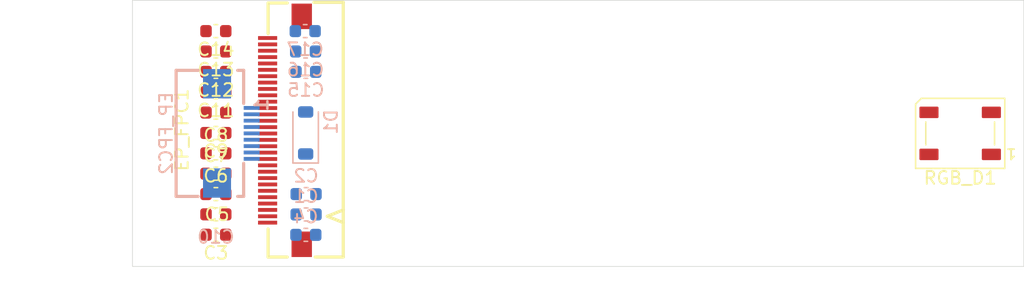
<source format=kicad_pcb>
(kicad_pcb (version 20241229) (generator "pcbnew") (generator_version "9.0")
  (layers (0 "F.Cu" signal) (2 "B.Cu" signal) (13 "F.Paste" user) (15 "B.Paste" user) (5 "F.SilkS" user "F.Silkscreen") (7 "B.SilkS" user "B.Silkscreen") (1 "F.Mask" user) (3 "B.Mask" user) (25 "Edge.Cuts" user))
  (net 0 "")
  (net 1 "GND")
  (net 2 "Net-(D1-A)")
  (net 3 "Net-(C14-Pad1)")
  (net 4 "Net-(C9-Pad2)")
  (net 5 "Net-(C3-Pad1)")
  (net 6 "3.3V")
  (net 7 "Net-(C5-Pad2)")
  (net 8 "Net-(C16-Pad2)")
  (net 9 "Net-(C13-Pad1)")
  (net 10 "Net-(C11-Pad2)")
  (net 11 "Net-(C10-Pad2)")
  (net 12 "Net-(C7-Pad2)")
  (net 13 "Net-(C13-Pad2)")
  (net 14 "Net-(C15-Pad2)")
  (net 15 "Net-(C14-Pad2)")
  (net 16 "Net-(C6-Pad2)")
  (net 17 "Net-(C10-Pad1)")
  (net 18 "Net-(C12-Pad1)")
  (net 19 "Net-(C11-Pad1)")
  (net 20 "Net-(C9-Pad1)")
  (net 21 "Net-(C12-Pad2)")
  (net 22 "Net-(C17-Pad2)")
  (net 23 "EP_DIN")
  (net 25 "EP_CLK")
  (net 26 "EP_DC")
  (net 27 "EP_RST")
  (net 28 "EP_BUSY")
  (net 29 "EP_CS")
  (net 30 "GPIO_DIN")
  (footprint "ErgoCai.pretty:C_0603_1608Metric" (layer "F.Cu") (at 6.55 6.3575)
    (property "Reference" "C5" (at 0.09 0 0) (layer "F.SilkS"))
    (property "Value" "1uF")
    (fp_line (start -0.14058 -0.51) (end 0.14058 -0.51) (stroke (width 0.12)) (layer "F.SilkS"))
    (fp_line (start -0.14058 0.51) (end 0.14058 0.51) (stroke (width 0.12)) (layer "F.SilkS"))
    (pad "1" smd roundrect (at -0.775 0) (size 0.9 0.95) (layers "F.Cu" "F.Mask" "F.Paste") (net 1 "GND"))
    (pad "2" smd roundrect (at 0.775 0) (size 0.9 0.95) (layers "F.Cu" "F.Mask" "F.Paste") (net 7 "Net-(C5-Pad2)"))
  )
  (footprint "ErgoCai.pretty:C_0603_1608Metric" (layer "F.Cu") (at 6.55 -1.6325 180)
    (property "Reference" "C10" (at 0 -9.77 0) (layer "B.SilkS") (effects (justify mirror)))
    (property "Value" "1uF")
    (fp_line (start -0.14058 0.51) (end 0.14058 0.51) (stroke (width 0.12)) (layer "F.SilkS"))
    (fp_line (start -0.14058 -0.51) (end 0.14058 -0.51) (stroke (width 0.12)) (layer "F.SilkS"))
    (pad "1" smd roundrect (at -0.775 0 180) (size 0.9 0.95) (layers "F.Cu" "F.Mask" "F.Paste") (net 17 "Net-(C10-Pad1)"))
    (pad "2" smd roundrect (at 0.775 0 180) (size 0.9 0.95) (layers "F.Cu" "F.Mask" "F.Paste") (net 11 "Net-(C10-Pad2)"))
  )
  (footprint "ErgoCai.pretty:C_0603_1608Metric" (layer "F.Cu") (at 6.55 4.7675)
    (property "Reference" "C6" (at 0 -1.43 0) (layer "F.SilkS"))
    (property "Value" "1uF")
    (fp_line (start -0.14058 -0.51) (end 0.14058 -0.51) (stroke (width 0.12)) (layer "F.SilkS"))
    (fp_line (start -0.14058 0.51) (end 0.14058 0.51) (stroke (width 0.12)) (layer "F.SilkS"))
    (pad "1" smd roundrect (at -0.775 0) (size 0.9 0.95) (layers "F.Cu" "F.Mask" "F.Paste") (net 1 "GND"))
    (pad "2" smd roundrect (at 0.775 0) (size 0.9 0.95) (layers "F.Cu" "F.Mask" "F.Paste") (net 16 "Net-(C6-Pad2)"))
  )
  (footprint "ErgoCai.pretty:MountingHole_2.2mm_M2_DIN965" (layer "F.Cu") (at 2.15 -8.3)
    (property "Reference" "REF**" (hide yes))
    (property "Value" "MountingHole_2.2mm_M2_DIN965")
    (pad "" np_thru_hole circle (at 0 0) (size 2.2 2.2) (drill 2.2) (layers "*.Cu" "*.Mask"))
  )
  (footprint "ErgoCai.pretty:C_0603_1608Metric" (layer "F.Cu") (at 6.55 3.1675)
    (property "Reference" "C7" (at 0 -1.43 0) (layer "F.SilkS"))
    (property "Value" "1uF")
    (fp_line (start -0.14058 -0.51) (end 0.14058 -0.51) (stroke (width 0.12)) (layer "F.SilkS"))
    (fp_line (start -0.14058 0.51) (end 0.14058 0.51) (stroke (width 0.12)) (layer "F.SilkS"))
    (pad "1" smd roundrect (at -0.775 0) (size 0.9 0.95) (layers "F.Cu" "F.Mask" "F.Paste") (net 1 "GND"))
    (pad "2" smd roundrect (at 0.775 0) (size 0.9 0.95) (layers "F.Cu" "F.Mask" "F.Paste") (net 12 "Net-(C7-Pad2)"))
  )
  (footprint "ErgoCai.pretty:C_0603_1608Metric" (layer "F.Cu") (at 6.55 -8.0325 180)
    (property "Reference" "C14" (at 0 -1.43 0) (layer "F.SilkS"))
    (property "Value" "1uF")
    (fp_line (start -0.14058 0.51) (end 0.14058 0.51) (stroke (width 0.12)) (layer "F.SilkS"))
    (fp_line (start -0.14058 -0.51) (end 0.14058 -0.51) (stroke (width 0.12)) (layer "F.SilkS"))
    (pad "1" smd roundrect (at -0.775 0 180) (size 0.9 0.95) (layers "F.Cu" "F.Mask" "F.Paste") (net 3 "Net-(C14-Pad1)"))
    (pad "2" smd roundrect (at 0.775 0 180) (size 0.9 0.95) (layers "F.Cu" "F.Mask" "F.Paste") (net 15 "Net-(C14-Pad2)"))
  )
  (footprint "ErgoCai.pretty:C_0603_1608Metric" (layer "F.Cu") (at 6.55 -6.4325 180)
    (property "Reference" "C13" (at 0 -1.43 0) (layer "F.SilkS"))
    (property "Value" "1uF")
    (fp_line (start -0.14058 0.51) (end 0.14058 0.51) (stroke (width 0.12)) (layer "F.SilkS"))
    (fp_line (start -0.14058 -0.51) (end 0.14058 -0.51) (stroke (width 0.12)) (layer "F.SilkS"))
    (pad "1" smd roundrect (at -0.775 0 180) (size 0.9 0.95) (layers "F.Cu" "F.Mask" "F.Paste") (net 9 "Net-(C13-Pad1)"))
    (pad "2" smd roundrect (at 0.775 0 180) (size 0.9 0.95) (layers "F.Cu" "F.Mask" "F.Paste") (net 13 "Net-(C13-Pad2)"))
  )
  (footprint "ErgoCai.pretty:C_0603_1608Metric" (layer "F.Cu") (at 6.55 -4.8325 180)
    (property "Reference" "C12" (at 0 -1.43 0) (layer "F.SilkS"))
    (property "Value" "1uF")
    (fp_line (start -0.14058 0.51) (end 0.14058 0.51) (stroke (width 0.12)) (layer "F.SilkS"))
    (fp_line (start -0.14058 -0.51) (end 0.14058 -0.51) (stroke (width 0.12)) (layer "F.SilkS"))
    (pad "1" smd roundrect (at -0.775 0 180) (size 0.9 0.95) (layers "F.Cu" "F.Mask" "F.Paste") (net 18 "Net-(C12-Pad1)"))
    (pad "2" smd roundrect (at 0.775 0 180) (size 0.9 0.95) (layers "F.Cu" "F.Mask" "F.Paste") (net 21 "Net-(C12-Pad2)"))
  )
  (footprint "ErgoCai.pretty:C_0603_1608Metric" (layer "F.Cu") (at 6.55 1.5675)
    (property "Reference" "C8" (at 0 -1.43 0) (layer "F.SilkS"))
    (property "Value" "1uF")
    (fp_line (start -0.14058 -0.51) (end 0.14058 -0.51) (stroke (width 0.12)) (layer "F.SilkS"))
    (fp_line (start -0.14058 0.51) (end 0.14058 0.51) (stroke (width 0.12)) (layer "F.SilkS"))
    (pad "1" smd roundrect (at -0.775 0) (size 0.9 0.95) (layers "F.Cu" "F.Mask" "F.Paste") (net 1 "GND"))
    (pad "2" smd roundrect (at 0.775 0) (size 0.9 0.95) (layers "F.Cu" "F.Mask" "F.Paste") (net 2 "Net-(D1-A)"))
  )
  (footprint "ErgoCai.pretty:MountingHole_2.2mm_M2_DIN965" (layer "F.Cu") (at 2.15 8.3)
    (property "Reference" "REF**" (hide yes))
    (property "Value" "MountingHole_2.2mm_M2_DIN965")
    (pad "" np_thru_hole circle (at 0 0) (size 2.2 2.2) (drill 2.2) (layers "*.Cu" "*.Mask"))
  )
  (footprint "ErgoCai.pretty:LED_WS2812B_PLCC4_5.0x5.0mm_P3.2mm" (layer "F.Cu") (at 65 0 180)
    (property "Reference" "RGB_D1" (at 0 -3.5 0) (layer "F.SilkS"))
    (property "Value" "WS2812B")
    (fp_line (start 3.5 2.3) (end 3.5 -2.75) (stroke (width 0.12)) (layer "F.SilkS"))
    (fp_line (start 3.05 2.75) (end 3.5 2.3) (stroke (width 0.12)) (layer "F.SilkS"))
    (fp_line (start 2.7 0.9) (end 2.7 -0.9) (stroke (width 0.12)) (layer "F.SilkS"))
    (fp_line (start -2.7 0.9) (end -2.7 -0.9) (stroke (width 0.12)) (layer "F.SilkS"))
    (fp_line (start -3.5 2.75) (end 3.05 2.75) (stroke (width 0.12)) (layer "F.SilkS"))
    (fp_line (start -3.5 -2.75) (end 3.5 -2.75) (stroke (width 0.12)) (layer "F.SilkS"))
    (fp_line (start -3.5 -2.75) (end -3.5 2.75) (stroke (width 0.12)) (layer "F.SilkS"))
    (fp_text user "1" (at -4 -1.6 180) (layer "F.SilkS") (effects (font (size 0.8 0.8))))
    (pad "1" smd roundrect (at -2.45 -1.65 180) (size 1.5 0.9) (layers "F.Cu" "F.Mask" "F.Paste") (roundrect_rratio 0.1) (net 6 "3.3V"))
    (pad "2" smd roundrect (at -2.45 1.65 180) (size 1.5 0.9) (layers "F.Cu" "F.Mask" "F.Paste") (roundrect_rratio 0.1))
    (pad "3" smd roundrect (at 2.45 1.65 180) (size 1.5 0.9) (layers "F.Cu" "F.Mask" "F.Paste") (roundrect_rratio 0.1) (net 1 "GND"))
    (pad "4" smd roundrect (at 2.45 -1.65 180) (size 1.5 0.9) (layers "F.Cu" "F.Mask" "F.Paste") (roundrect_rratio 0.1) (net 30 "GPIO_DIN"))
  )
  (footprint "ErgoCai.pretty:C_0603_1608Metric" (layer "F.Cu") (at 6.55 -3.2325 180)
    (property "Reference" "C11" (at 0 -1.43 0) (layer "F.SilkS"))
    (property "Value" "1uF")
    (fp_line (start -0.14058 0.51) (end 0.14058 0.51) (stroke (width 0.12)) (layer "F.SilkS"))
    (fp_line (start -0.14058 -0.51) (end 0.14058 -0.51) (stroke (width 0.12)) (layer "F.SilkS"))
    (pad "1" smd roundrect (at -0.775 0 180) (size 0.9 0.95) (layers "F.Cu" "F.Mask" "F.Paste") (net 19 "Net-(C11-Pad1)"))
    (pad "2" smd roundrect (at 0.775 0 180) (size 0.9 0.95) (layers "F.Cu" "F.Mask" "F.Paste") (net 10 "Net-(C11-Pad2)"))
  )
  (footprint "ErgoCai.pretty:FPC-SMD_AFC01-S30FCA-00" (layer "F.Cu") (at 11.9525 -0.24 90)
    (property "Reference" "EP_FPC1" (at 0.0325 -8.075 90) (layer "F.SilkS"))
    (property "Value" "AFC01-S30FCA-00")
    (fp_line (start 10 -1.3) (end 10 0.2) (stroke (width 0.25)) (layer "F.SilkS"))
    (fp_line (start 7.6 -1.3) (end 10 -1.3) (stroke (width 0.25)) (layer "F.SilkS"))
    (fp_line (start -7.75 -1.3) (end -9.95 -1.3) (stroke (width 0.25)) (layer "F.SilkS"))
    (fp_line (start -9.95 -1.3) (end -9.95 0.2) (stroke (width 0.25)) (layer "F.SilkS"))
    (fp_line (start 10.05 2.3) (end 10.05 4.6) (stroke (width 0.25)) (layer "F.SilkS"))
    (fp_line (start -6.75 3.35) (end -7.25 4.6) (stroke (width 0.25)) (layer "F.SilkS"))
    (fp_line (start 10.05 4.6) (end -9.95 4.6) (stroke (width 0.25)) (layer "F.SilkS"))
    (fp_line (start -6.25 4.6) (end -6.75 3.35) (stroke (width 0.25)) (layer "F.SilkS"))
    (fp_line (start -9.95 4.6) (end -9.95 2.4) (stroke (width 0.25)) (layer "F.SilkS"))
    (pad "1" smd rect (at -7.25 -1.34 90) (size 0.3 1.5) (layers "F.Cu" "F.Mask" "F.Paste"))
    (pad "2" smd rect (at -6.75 -1.34 90) (size 0.3 1.5) (layers "F.Cu" "F.Mask" "F.Paste") (net 1 "GND"))
    (pad "3" smd rect (at -6.25 -1.34 90) (size 0.3 1.5) (layers "F.Cu" "F.Mask" "F.Paste") (net 6 "3.3V"))
    (pad "4" smd rect (at -5.75 -1.34 90) (size 0.3 1.5) (layers "F.Cu" "F.Mask" "F.Paste") (net 23 "EP_DIN"))
    (pad "5" smd rect (at -5.25 -1.34 90) (size 0.3 1.5) (layers "F.Cu" "F.Mask" "F.Paste") (net 25 "EP_CLK"))
    (pad "6" smd rect (at -4.75 -1.34 90) (size 0.3 1.5) (layers "F.Cu" "F.Mask" "F.Paste") (net 29 "EP_CS"))
    (pad "7" smd rect (at -4.25 -1.34 90) (size 0.3 1.5) (layers "F.Cu" "F.Mask" "F.Paste") (net 26 "EP_DC"))
    (pad "8" smd rect (at -3.75 -1.34 90) (size 0.3 1.5) (layers "F.Cu" "F.Mask" "F.Paste") (net 27 "EP_RST"))
    (pad "9" smd rect (at -3.25 -1.34 90) (size 0.3 1.5) (layers "F.Cu" "F.Mask" "F.Paste") (net 28 "EP_BUSY"))
    (pad "10" smd rect (at -2.75 -1.34 90) (size 0.3 1.5) (layers "F.Cu" "F.Mask" "F.Paste") (net 1 "GND"))
    (pad "11" smd rect (at -2.25 -1.34 90) (size 0.3 1.5) (layers "F.Cu" "F.Mask" "F.Paste") (net 5 "Net-(C3-Pad1)"))
    (pad "12" smd rect (at -1.75 -1.34 90) (size 0.3 1.5) (layers "F.Cu" "F.Mask" "F.Paste") (net 7 "Net-(C5-Pad2)"))
    (pad "13" smd rect (at -1.25 -1.34 90) (size 0.3 1.5) (layers "F.Cu" "F.Mask" "F.Paste") (net 16 "Net-(C6-Pad2)"))
    (pad "14" smd rect (at -0.75 -1.34 90) (size 0.3 1.5) (layers "F.Cu" "F.Mask" "F.Paste") (net 12 "Net-(C7-Pad2)"))
    (pad "15" smd rect (at -0.25 -1.34 90) (size 0.3 1.5) (layers "F.Cu" "F.Mask" "F.Paste") (net 2 "Net-(D1-A)"))
    (pad "16" smd rect (at 0.25 -1.34 90) (size 0.3 1.5) (layers "F.Cu" "F.Mask" "F.Paste") (net 4 "Net-(C9-Pad2)"))
    (pad "17" smd rect (at 0.75 -1.34 90) (size 0.3 1.5) (layers "F.Cu" "F.Mask" "F.Paste") (net 20 "Net-(C9-Pad1)"))
    (pad "18" smd rect (at 1.25 -1.34 90) (size 0.3 1.5) (layers "F.Cu" "F.Mask" "F.Paste") (net 11 "Net-(C10-Pad2)"))
    (pad "19" smd rect (at 1.75 -1.34 90) (size 0.3 1.5) (layers "F.Cu" "F.Mask" "F.Paste") (net 17 "Net-(C10-Pad1)"))
    (pad "20" smd rect (at 2.25 -1.34 90) (size 0.3 1.5) (layers "F.Cu" "F.Mask" "F.Paste") (net 10 "Net-(C11-Pad2)"))
    (pad "21" smd rect (at 2.75 -1.34 90) (size 0.3 1.5) (layers "F.Cu" "F.Mask" "F.Paste") (net 19 "Net-(C11-Pad1)"))
    (pad "22" smd rect (at 3.25 -1.34 90) (size 0.3 1.5) (layers "F.Cu" "F.Mask" "F.Paste") (net 21 "Net-(C12-Pad2)"))
    (pad "23" smd rect (at 3.75 -1.34 90) (size 0.3 1.5) (layers "F.Cu" "F.Mask" "F.Paste") (net 18 "Net-(C12-Pad1)"))
    (pad "24" smd rect (at 4.25 -1.34 90) (size 0.3 1.5) (layers "F.Cu" "F.Mask" "F.Paste") (net 13 "Net-(C13-Pad2)"))
    (pad "25" smd rect (at 4.75 -1.34 90) (size 0.3 1.5) (layers "F.Cu" "F.Mask" "F.Paste") (net 9 "Net-(C13-Pad1)"))
    (pad "26" smd rect (at 5.25 -1.34 90) (size 0.3 1.5) (layers "F.Cu" "F.Mask" "F.Paste") (net 15 "Net-(C14-Pad2)"))
    (pad "27" smd rect (at 5.75 -1.34 90) (size 0.3 1.5) (layers "F.Cu" "F.Mask" "F.Paste") (net 3 "Net-(C14-Pad1)"))
    (pad "28" smd rect (at 6.25 -1.34 90) (size 0.3 1.5) (layers "F.Cu" "F.Mask" "F.Paste") (net 14 "Net-(C15-Pad2)"))
    (pad "29" smd rect (at 6.75 -1.34 90) (size 0.3 1.5) (layers "F.Cu" "F.Mask" "F.Paste") (net 8 "Net-(C16-Pad2)"))
    (pad "30" smd rect (at 7.25 -1.34 90) (size 0.3 1.5) (layers "F.Cu" "F.Mask" "F.Paste") (net 22 "Net-(C17-Pad2)"))
    (pad "31" smd rect (at -8.95 1.34 90) (size 2 1.6) (layers "F.Cu" "F.Mask" "F.Paste") (net 1 "GND"))
    (pad "32" smd rect (at 8.95 1.34 270) (size 2 1.6) (layers "F.Cu" "F.Mask" "F.Paste") (net 1 "GND"))
  )
  (footprint "ErgoCai.pretty:C_0603_1608Metric" (layer "F.Cu") (at 6.55 7.9575 180)
    (property "Reference" "C3" (at 0 -1.43 0) (layer "F.SilkS"))
    (property "Value" "0.1uF")
    (fp_line (start -0.14058 0.51) (end 0.14058 0.51) (stroke (width 0.12)) (layer "F.SilkS"))
    (fp_line (start -0.14058 -0.51) (end 0.14058 -0.51) (stroke (width 0.12)) (layer "F.SilkS"))
    (pad "1" smd roundrect (at -0.775 0 180) (size 0.9 0.95) (layers "F.Cu" "F.Mask" "F.Paste") (net 5 "Net-(C3-Pad1)"))
    (pad "2" smd roundrect (at 0.775 0 180) (size 0.9 0.95) (layers "F.Cu" "F.Mask" "F.Paste") (net 1 "GND"))
  )
  (footprint "ErgoCai.pretty:C_0603_1608Metric" (layer "F.Cu") (at 6.55 -0.0325 180)
    (property "Reference" "C9" (at 0 -1.43 0) (layer "F.SilkS"))
    (property "Value" "1uF")
    (fp_line (start -0.14058 0.51) (end 0.14058 0.51) (stroke (width 0.12)) (layer "F.SilkS"))
    (fp_line (start -0.14058 -0.51) (end 0.14058 -0.51) (stroke (width 0.12)) (layer "F.SilkS"))
    (pad "1" smd roundrect (at -0.775 0 180) (size 0.9 0.95) (layers "F.Cu" "F.Mask" "F.Paste") (net 20 "Net-(C9-Pad1)"))
    (pad "2" smd roundrect (at 0.775 0 180) (size 0.9 0.95) (layers "F.Cu" "F.Mask" "F.Paste") (net 4 "Net-(C9-Pad2)"))
  )
  (footprint "ErgoCai.pretty:C_0603_1608Metric" (layer "B.Cu") (at 13.565 -8.0325)
    (property "Reference" "C17" (at 0 1.43 0) (layer "B.SilkS") (effects (justify mirror)))
    (property "Value" "1uF")
    (fp_line (start -0.14058 -0.51) (end 0.14058 -0.51) (stroke (width 0.12)) (layer "B.SilkS"))
    (fp_line (start -0.14058 0.51) (end 0.14058 0.51) (stroke (width 0.12)) (layer "B.SilkS"))
    (pad "1" smd roundrect (at -0.775 0) (size 0.9 0.95) (layers "B.Cu" "B.Mask" "B.Paste") (net 1 "GND"))
    (pad "2" smd roundrect (at 0.775 0) (size 0.9 0.95) (layers "B.Cu" "B.Mask" "B.Paste") (net 22 "Net-(C17-Pad2)"))
  )
  (footprint "ErgoCai.pretty:FPC-SMD_9P-P0.50_JS_AFD01-S09FCA-00" (layer "B.Cu") (at 8 0 -90)
    (property "Reference" "EP_FPC2" (at 0 5.36 90) (layer "B.SilkS") (effects (justify mirror)))
    (property "Value" "AFD01-S09FCA-00")
    (fp_line (start -4.95 4.57) (end -4.95 2.84) (stroke (width 0.25)) (layer "B.SilkS"))
    (fp_line (start 4.95 4.57) (end -4.95 4.57) (stroke (width 0.25)) (layer "B.SilkS"))
    (fp_line (start 4.95 4.57) (end 4.95 2.84) (stroke (width 0.25)) (layer "B.SilkS"))
    (fp_line (start -4.95 -0.26) (end -4.95 -0.73) (stroke (width 0.25)) (layer "B.SilkS"))
    (fp_line (start 4.95 -0.26) (end 4.95 -0.73) (stroke (width 0.25)) (layer "B.SilkS"))
    (fp_line (start -4.95 -0.73) (end -2.35 -0.73) (stroke (width 0.25)) (layer "B.SilkS"))
    (fp_line (start 4.95 -0.73) (end 2.35 -0.73) (stroke (width 0.25)) (layer "B.SilkS"))
    (fp_text user "1" (at -2.84 -2.14 90) (layer "B.SilkS") (effects (font (thickness 0.2)) (justify left mirror)))
    (pad "1" smd rect (at -2 -1.36 270) (size 0.3 1.25) (layers "B.Cu" "B.Mask" "B.Paste") (net 1 "GND"))
    (pad "2" smd rect (at -1.5 -1.36 270) (size 0.3 1.25) (layers "B.Cu" "B.Mask" "B.Paste") (net 6 "3.3V"))
    (pad "3" smd rect (at -1 -1.36 270) (size 0.3 1.25) (layers "B.Cu" "B.Mask" "B.Paste") (net 23 "EP_DIN"))
    (pad "4" smd rect (at -0.5 -1.36 270) (size 0.3 1.25) (layers "B.Cu" "B.Mask" "B.Paste") (net 25 "EP_CLK"))
    (pad "5" smd rect (at 0 -1.36 270) (size 0.3 1.25) (layers "B.Cu" "B.Mask" "B.Paste") (net 29 "EP_CS"))
    (pad "6" smd rect (at 0.5 -1.36 270) (size 0.3 1.25) (layers "B.Cu" "B.Mask" "B.Paste") (net 26 "EP_DC"))
    (pad "7" smd rect (at 1 -1.36 270) (size 0.3 1.25) (layers "B.Cu" "B.Mask" "B.Paste") (net 27 "EP_RST"))
    (pad "8" smd rect (at 1.5 -1.36 270) (size 0.3 1.25) (layers "B.Cu" "B.Mask" "B.Paste") (net 28 "EP_BUSY"))
    (pad "9" smd rect (at 2 -1.36 270) (size 0.3 1.25) (layers "B.Cu" "B.Mask" "B.Paste") (net 30 "GPIO_DIN"))
    (pad "10" smd rect (at 3.9 1.36 270) (size 2.3 2.2) (layers "B.Cu" "B.Mask" "B.Paste") (net 1 "GND"))
    (pad "11" smd rect (at -3.9 1.36 270) (size 2.3 2.2) (layers "B.Cu" "B.Mask" "B.Paste") (net 1 "GND"))
  )
  (footprint "ErgoCai.pretty:C_0603_1608Metric" (layer "B.Cu") (at 13.635 6.3675 180)
    (property "Reference" "C1" (at 0 1.43 0) (layer "B.SilkS") (effects (justify mirror)))
    (property "Value" "4.7uF")
    (fp_line (start -0.14058 0.51) (end 0.14058 0.51) (stroke (width 0.12)) (layer "B.SilkS"))
    (fp_line (start -0.14058 -0.51) (end 0.14058 -0.51) (stroke (width 0.12)) (layer "B.SilkS"))
    (pad "1" smd roundrect (at -0.775 0 180) (size 0.9 0.95) (layers "B.Cu" "B.Mask" "B.Paste") (net 6 "3.3V"))
    (pad "2" smd roundrect (at 0.775 0 180) (size 0.9 0.95) (layers "B.Cu" "B.Mask" "B.Paste") (net 1 "GND"))
  )
  (footprint "ErgoCai.pretty:D_SOD-123" (layer "B.Cu") (at 13.6 -0.0325 90)
    (property "Reference" "D1" (at 0.865 1.99 90) (layer "B.SilkS") (effects (justify mirror)))
    (property "Value" "D")
    (fp_line (start -2.36 -1) (end 1.65 -1) (stroke (width 0.12)) (layer "B.SilkS"))
    (fp_line (start -2.36 1) (end -2.36 -1) (stroke (width 0.12)) (layer "B.SilkS"))
    (fp_line (start -2.36 1) (end 1.65 1) (stroke (width 0.12)) (layer "B.SilkS"))
    (pad "1" smd roundrect (at -1.65 0 90) (size 0.9 1.2) (layers "B.Cu" "B.Mask" "B.Paste") (net 1 "GND"))
    (pad "2" smd roundrect (at 1.65 0 90) (size 0.9 1.2) (layers "B.Cu" "B.Mask" "B.Paste") (net 2 "Net-(D1-A)"))
  )
  (footprint "ErgoCai.pretty:C_0603_1608Metric" (layer "B.Cu") (at 13.595 -6.4325)
    (property "Reference" "C16" (at 0 1.43 0) (layer "B.SilkS") (effects (justify mirror)))
    (property "Value" "2.2uF" (hide yes))
    (fp_line (start -0.14058 -0.51) (end 0.14058 -0.51) (stroke (width 0.12)) (layer "B.SilkS"))
    (fp_line (start -0.14058 0.51) (end 0.14058 0.51) (stroke (width 0.12)) (layer "B.SilkS"))
    (pad "1" smd roundrect (at -0.775 0) (size 0.9 0.95) (layers "B.Cu" "B.Mask" "B.Paste") (net 1 "GND"))
    (pad "2" smd roundrect (at 0.775 0) (size 0.9 0.95) (layers "B.Cu" "B.Mask" "B.Paste") (net 8 "Net-(C16-Pad2)"))
  )
  (footprint "ErgoCai.pretty:C_0603_1608Metric" (layer "B.Cu") (at 13.615 -4.8325)
    (property "Reference" "C15" (at 0 1.43 0) (layer "B.SilkS") (effects (justify mirror)))
    (property "Value" "1uF")
    (fp_line (start -0.14058 -0.51) (end 0.14058 -0.51) (stroke (width 0.12)) (layer "B.SilkS"))
    (fp_line (start -0.14058 0.51) (end 0.14058 0.51) (stroke (width 0.12)) (layer "B.SilkS"))
    (pad "1" smd roundrect (at -0.775 0) (size 0.9 0.95) (layers "B.Cu" "B.Mask" "B.Paste") (net 1 "GND"))
    (pad "2" smd roundrect (at 0.775 0) (size 0.9 0.95) (layers "B.Cu" "B.Mask" "B.Paste") (net 14 "Net-(C15-Pad2)"))
  )
  (footprint "ErgoCai.pretty:C_0603_1608Metric" (layer "B.Cu") (at 13.635 4.7675 180)
    (property "Reference" "C2" (at 0 1.43 0) (layer "B.SilkS") (effects (justify mirror)))
    (property "Value" "0.1uF")
    (fp_line (start -0.14058 0.51) (end 0.14058 0.51) (stroke (width 0.12)) (layer "B.SilkS"))
    (fp_line (start -0.14058 -0.51) (end 0.14058 -0.51) (stroke (width 0.12)) (layer "B.SilkS"))
    (pad "1" smd roundrect (at -0.775 0 180) (size 0.9 0.95) (layers "B.Cu" "B.Mask" "B.Paste") (net 6 "3.3V"))
    (pad "2" smd roundrect (at 0.775 0 180) (size 0.9 0.95) (layers "B.Cu" "B.Mask" "B.Paste") (net 1 "GND"))
  )
  (footprint "ErgoCai.pretty:C_0603_1608Metric" (layer "B.Cu") (at 13.615 7.9675 180)
    (property "Reference" "C4" (at 0 1.43 180) (layer "B.SilkS") (effects (justify mirror)))
    (property "Value" "1uF")
    (fp_line (start -0.14058 0.51) (end 0.14058 0.51) (stroke (width 0.12)) (layer "B.SilkS"))
    (fp_line (start -0.14058 -0.51) (end 0.14058 -0.51) (stroke (width 0.12)) (layer "B.SilkS"))
    (pad "1" smd roundrect (at -0.775 0 180) (size 0.9 0.95) (layers "B.Cu" "B.Mask" "B.Paste") (net 5 "Net-(C3-Pad1)"))
    (pad "2" smd roundrect (at 0.775 0 180) (size 0.9 0.95) (layers "B.Cu" "B.Mask" "B.Paste") (net 1 "GND"))
  )
  (gr_rect (start 0 -10.45) (end 70 10.45) (stroke (width 0.05)) (fill no) (layer "Edge.Cuts"))
)
</source>
